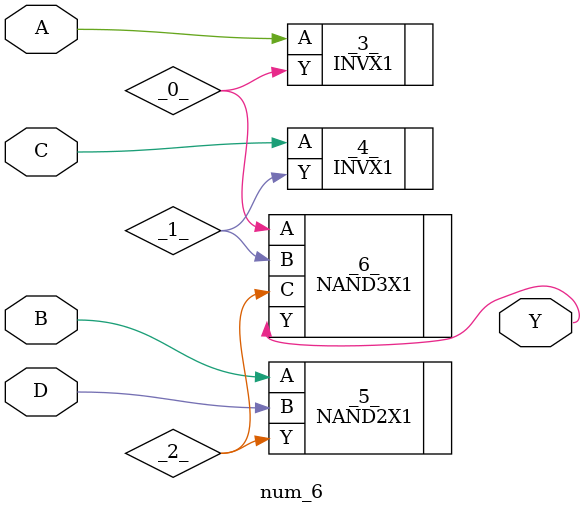
<source format=v>
/* Generated by Yosys 0.7 (git sha1 61f6811, gcc 6.2.0-11ubuntu1 -O2 -fdebug-prefix-map=/build/yosys-OIL3SR/yosys-0.7=. -fstack-protector-strong -fPIC -Os) */

(* src = "Test_Designs/num_6.v:6" *)
module num_6(A, B, C, D, Y);
  wire _0_;
  wire _1_;
  wire _2_;
  (* src = "Test_Designs/num_6.v:6" *)
  input A;
  (* src = "Test_Designs/num_6.v:6" *)
  input B;
  (* src = "Test_Designs/num_6.v:6" *)
  input C;
  (* src = "Test_Designs/num_6.v:6" *)
  input D;
  (* src = "Test_Designs/num_6.v:6" *)
  output Y;
  INVX1 _3_ (
    .A(A),
    .Y(_0_)
  );
  INVX1 _4_ (
    .A(C),
    .Y(_1_)
  );
  NAND2X1 _5_ (
    .A(B),
    .B(D),
    .Y(_2_)
  );
  NAND3X1 _6_ (
    .A(_0_),
    .B(_1_),
    .C(_2_),
    .Y(Y)
  );
endmodule

</source>
